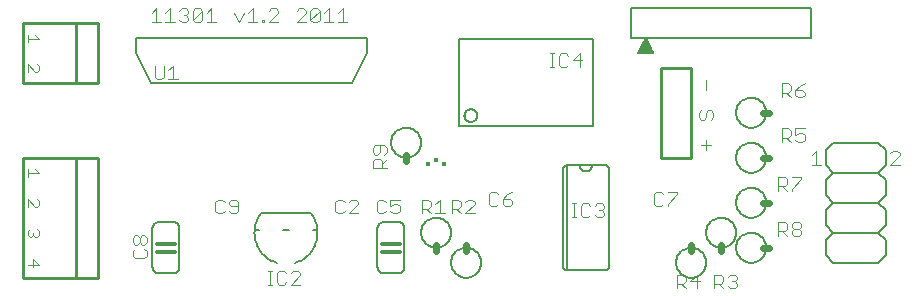
<source format=gto>
G75*
G70*
%OFA0B0*%
%FSLAX24Y24*%
%IPPOS*%
%LPD*%
%AMOC8*
5,1,8,0,0,1.08239X$1,22.5*
%
%ADD10C,0.0040*%
%ADD11C,0.0030*%
%ADD12C,0.0100*%
%ADD13C,0.0060*%
%ADD14C,0.0050*%
%ADD15C,0.0240*%
%ADD16C,0.0120*%
%ADD17R,0.0128X0.0167*%
%ADD18R,0.0138X0.0138*%
D10*
X004707Y002064D02*
X004784Y001988D01*
X005091Y001988D01*
X005167Y002064D01*
X005167Y002218D01*
X005091Y002295D01*
X005091Y002448D02*
X005014Y002448D01*
X004937Y002525D01*
X004937Y002678D01*
X005014Y002755D01*
X005091Y002755D01*
X005167Y002678D01*
X005167Y002525D01*
X005091Y002448D01*
X004937Y002525D02*
X004861Y002448D01*
X004784Y002448D01*
X004707Y002525D01*
X004707Y002678D01*
X004784Y002755D01*
X004861Y002755D01*
X004937Y002678D01*
X004784Y002295D02*
X004707Y002218D01*
X004707Y002064D01*
X007457Y003564D02*
X007534Y003488D01*
X007688Y003488D01*
X007764Y003564D01*
X007918Y003564D02*
X007994Y003488D01*
X008148Y003488D01*
X008225Y003564D01*
X008225Y003871D01*
X008148Y003948D01*
X007994Y003948D01*
X007918Y003871D01*
X007918Y003795D01*
X007994Y003718D01*
X008225Y003718D01*
X007764Y003871D02*
X007688Y003948D01*
X007534Y003948D01*
X007457Y003871D01*
X007457Y003564D01*
X009207Y001573D02*
X009361Y001573D01*
X009284Y001573D02*
X009284Y001113D01*
X009207Y001113D02*
X009361Y001113D01*
X009514Y001189D02*
X009591Y001113D01*
X009744Y001113D01*
X009821Y001189D01*
X009975Y001113D02*
X010282Y001420D01*
X010282Y001496D01*
X010205Y001573D01*
X010051Y001573D01*
X009975Y001496D01*
X009821Y001496D02*
X009744Y001573D01*
X009591Y001573D01*
X009514Y001496D01*
X009514Y001189D01*
X009975Y001113D02*
X010282Y001113D01*
X011534Y003488D02*
X011688Y003488D01*
X011764Y003564D01*
X011918Y003488D02*
X012225Y003795D01*
X012225Y003871D01*
X012148Y003948D01*
X011994Y003948D01*
X011918Y003871D01*
X011764Y003871D02*
X011688Y003948D01*
X011534Y003948D01*
X011457Y003871D01*
X011457Y003564D01*
X011534Y003488D01*
X011918Y003488D02*
X012225Y003488D01*
X012832Y003564D02*
X012832Y003871D01*
X012909Y003948D01*
X013063Y003948D01*
X013139Y003871D01*
X013293Y003948D02*
X013293Y003718D01*
X013446Y003795D01*
X013523Y003795D01*
X013600Y003718D01*
X013600Y003564D01*
X013523Y003488D01*
X013369Y003488D01*
X013293Y003564D01*
X013139Y003564D02*
X013063Y003488D01*
X012909Y003488D01*
X012832Y003564D01*
X013293Y003948D02*
X013600Y003948D01*
X014332Y003948D02*
X014332Y003488D01*
X014332Y003641D02*
X014563Y003641D01*
X014639Y003718D01*
X014639Y003871D01*
X014563Y003948D01*
X014332Y003948D01*
X014486Y003641D02*
X014639Y003488D01*
X014793Y003488D02*
X015100Y003488D01*
X014946Y003488D02*
X014946Y003948D01*
X014793Y003795D01*
X015332Y003948D02*
X015332Y003488D01*
X015332Y003641D02*
X015563Y003641D01*
X015639Y003718D01*
X015639Y003871D01*
X015563Y003948D01*
X015332Y003948D01*
X015486Y003641D02*
X015639Y003488D01*
X015793Y003488D02*
X016100Y003795D01*
X016100Y003871D01*
X016023Y003948D01*
X015869Y003948D01*
X015793Y003871D01*
X015793Y003488D02*
X016100Y003488D01*
X016582Y003814D02*
X016659Y003738D01*
X016813Y003738D01*
X016889Y003814D01*
X017043Y003814D02*
X017119Y003738D01*
X017273Y003738D01*
X017350Y003814D01*
X017350Y003891D01*
X017273Y003968D01*
X017043Y003968D01*
X017043Y003814D01*
X017043Y003968D02*
X017196Y004121D01*
X017350Y004198D01*
X016889Y004121D02*
X016813Y004198D01*
X016659Y004198D01*
X016582Y004121D01*
X016582Y003814D01*
X019332Y003823D02*
X019486Y003823D01*
X019409Y003823D02*
X019409Y003363D01*
X019332Y003363D02*
X019486Y003363D01*
X019639Y003439D02*
X019716Y003363D01*
X019869Y003363D01*
X019946Y003439D01*
X020100Y003439D02*
X020176Y003363D01*
X020330Y003363D01*
X020407Y003439D01*
X020407Y003516D01*
X020330Y003593D01*
X020253Y003593D01*
X020330Y003593D02*
X020407Y003670D01*
X020407Y003746D01*
X020330Y003823D01*
X020176Y003823D01*
X020100Y003746D01*
X019946Y003746D02*
X019869Y003823D01*
X019716Y003823D01*
X019639Y003746D01*
X019639Y003439D01*
X022082Y003814D02*
X022159Y003738D01*
X022313Y003738D01*
X022389Y003814D01*
X022543Y003814D02*
X022543Y003738D01*
X022543Y003814D02*
X022850Y004121D01*
X022850Y004198D01*
X022543Y004198D01*
X022389Y004121D02*
X022313Y004198D01*
X022159Y004198D01*
X022082Y004121D01*
X022082Y003814D01*
X023812Y005613D02*
X023812Y005920D01*
X023659Y005766D02*
X023966Y005766D01*
X023966Y006613D02*
X024042Y006689D01*
X024042Y006843D01*
X023966Y006920D01*
X023889Y006920D01*
X023812Y006843D01*
X023812Y006689D01*
X023736Y006613D01*
X023659Y006613D01*
X023582Y006689D01*
X023582Y006843D01*
X023659Y006920D01*
X023812Y007613D02*
X023812Y007920D01*
X026332Y007823D02*
X026332Y007363D01*
X026332Y007516D02*
X026563Y007516D01*
X026639Y007593D01*
X026639Y007746D01*
X026563Y007823D01*
X026332Y007823D01*
X026793Y007593D02*
X027023Y007593D01*
X027100Y007516D01*
X027100Y007439D01*
X027023Y007363D01*
X026869Y007363D01*
X026793Y007439D01*
X026793Y007593D01*
X026946Y007746D01*
X027100Y007823D01*
X026639Y007363D02*
X026486Y007516D01*
X026563Y006323D02*
X026639Y006246D01*
X026639Y006093D01*
X026563Y006016D01*
X026332Y006016D01*
X026332Y005863D02*
X026332Y006323D01*
X026563Y006323D01*
X026793Y006323D02*
X026793Y006093D01*
X026946Y006170D01*
X027023Y006170D01*
X027100Y006093D01*
X027100Y005939D01*
X027023Y005863D01*
X026869Y005863D01*
X026793Y005939D01*
X026639Y005863D02*
X026486Y006016D01*
X026793Y006323D02*
X027100Y006323D01*
X027486Y005573D02*
X027486Y005113D01*
X027639Y005113D02*
X027332Y005113D01*
X027332Y005420D02*
X027486Y005573D01*
X026975Y004698D02*
X026668Y004698D01*
X026514Y004621D02*
X026514Y004468D01*
X026438Y004391D01*
X026207Y004391D01*
X026207Y004238D02*
X026207Y004698D01*
X026438Y004698D01*
X026514Y004621D01*
X026361Y004391D02*
X026514Y004238D01*
X026668Y004238D02*
X026668Y004314D01*
X026975Y004621D01*
X026975Y004698D01*
X026898Y003198D02*
X026744Y003198D01*
X026668Y003121D01*
X026668Y003045D01*
X026744Y002968D01*
X026898Y002968D01*
X026975Y002891D01*
X026975Y002814D01*
X026898Y002738D01*
X026744Y002738D01*
X026668Y002814D01*
X026668Y002891D01*
X026744Y002968D01*
X026898Y002968D02*
X026975Y003045D01*
X026975Y003121D01*
X026898Y003198D01*
X026514Y003121D02*
X026514Y002968D01*
X026438Y002891D01*
X026207Y002891D01*
X026207Y002738D02*
X026207Y003198D01*
X026438Y003198D01*
X026514Y003121D01*
X026361Y002891D02*
X026514Y002738D01*
X024850Y001371D02*
X024850Y001295D01*
X024773Y001218D01*
X024850Y001141D01*
X024850Y001064D01*
X024773Y000988D01*
X024619Y000988D01*
X024543Y001064D01*
X024389Y000988D02*
X024236Y001141D01*
X024313Y001141D02*
X024082Y001141D01*
X024082Y000988D02*
X024082Y001448D01*
X024313Y001448D01*
X024389Y001371D01*
X024389Y001218D01*
X024313Y001141D01*
X024543Y001371D02*
X024619Y001448D01*
X024773Y001448D01*
X024850Y001371D01*
X024773Y001218D02*
X024696Y001218D01*
X023600Y001218D02*
X023293Y001218D01*
X023523Y001448D01*
X023523Y000988D01*
X023139Y000988D02*
X022986Y001141D01*
X023063Y001141D02*
X022832Y001141D01*
X022832Y000988D02*
X022832Y001448D01*
X023063Y001448D01*
X023139Y001371D01*
X023139Y001218D01*
X023063Y001141D01*
X029957Y005113D02*
X030264Y005420D01*
X030264Y005496D01*
X030188Y005573D01*
X030034Y005573D01*
X029957Y005496D01*
X029957Y005113D02*
X030264Y005113D01*
X019679Y008593D02*
X019372Y008593D01*
X019602Y008823D01*
X019602Y008363D01*
X019219Y008439D02*
X019142Y008363D01*
X018988Y008363D01*
X018912Y008439D01*
X018912Y008746D01*
X018988Y008823D01*
X019142Y008823D01*
X019219Y008746D01*
X018758Y008823D02*
X018605Y008823D01*
X018681Y008823D02*
X018681Y008363D01*
X018605Y008363D02*
X018758Y008363D01*
X013167Y005678D02*
X013091Y005755D01*
X012784Y005755D01*
X012707Y005678D01*
X012707Y005525D01*
X012784Y005448D01*
X012861Y005448D01*
X012937Y005525D01*
X012937Y005755D01*
X013167Y005678D02*
X013167Y005525D01*
X013091Y005448D01*
X013167Y005295D02*
X013014Y005141D01*
X013014Y005218D02*
X013014Y004988D01*
X013167Y004988D02*
X012707Y004988D01*
X012707Y005218D01*
X012784Y005295D01*
X012937Y005295D01*
X013014Y005218D01*
X006200Y007953D02*
X005893Y007953D01*
X006046Y007953D02*
X006046Y008413D01*
X005893Y008260D01*
X005739Y008413D02*
X005739Y008029D01*
X005663Y007953D01*
X005509Y007953D01*
X005432Y008029D01*
X005432Y008413D01*
X005486Y009863D02*
X005486Y010323D01*
X005332Y010170D01*
X005332Y009863D02*
X005639Y009863D01*
X005793Y009863D02*
X006100Y009863D01*
X005946Y009863D02*
X005946Y010323D01*
X005793Y010170D01*
X006253Y010246D02*
X006330Y010323D01*
X006483Y010323D01*
X006560Y010246D01*
X006560Y010170D01*
X006483Y010093D01*
X006560Y010016D01*
X006560Y009939D01*
X006483Y009863D01*
X006330Y009863D01*
X006253Y009939D01*
X006407Y010093D02*
X006483Y010093D01*
X006714Y009939D02*
X006714Y010246D01*
X006790Y010323D01*
X006944Y010323D01*
X007020Y010246D01*
X006714Y009939D01*
X006790Y009863D01*
X006944Y009863D01*
X007020Y009939D01*
X007020Y010246D01*
X007174Y010170D02*
X007327Y010323D01*
X007327Y009863D01*
X007174Y009863D02*
X007481Y009863D01*
X008095Y010170D02*
X008248Y009863D01*
X008401Y010170D01*
X008555Y010170D02*
X008708Y010323D01*
X008708Y009863D01*
X008555Y009863D02*
X008862Y009863D01*
X009015Y009863D02*
X009092Y009863D01*
X009092Y009939D01*
X009015Y009939D01*
X009015Y009863D01*
X009245Y009863D02*
X009552Y010170D01*
X009552Y010246D01*
X009476Y010323D01*
X009322Y010323D01*
X009245Y010246D01*
X009245Y009863D02*
X009552Y009863D01*
X010166Y009863D02*
X010473Y010170D01*
X010473Y010246D01*
X010396Y010323D01*
X010243Y010323D01*
X010166Y010246D01*
X010166Y009863D02*
X010473Y009863D01*
X010626Y009939D02*
X010933Y010246D01*
X010933Y009939D01*
X010857Y009863D01*
X010703Y009863D01*
X010626Y009939D01*
X010626Y010246D01*
X010703Y010323D01*
X010857Y010323D01*
X010933Y010246D01*
X011087Y010170D02*
X011240Y010323D01*
X011240Y009863D01*
X011087Y009863D02*
X011394Y009863D01*
X011547Y009863D02*
X011854Y009863D01*
X011701Y009863D02*
X011701Y010323D01*
X011547Y010170D01*
D11*
X001573Y009314D02*
X001202Y009314D01*
X001202Y009191D02*
X001202Y009438D01*
X001449Y009438D02*
X001573Y009314D01*
X001511Y008453D02*
X001573Y008391D01*
X001573Y008268D01*
X001511Y008206D01*
X001449Y008206D01*
X001202Y008453D01*
X001202Y008206D01*
X001202Y004953D02*
X001202Y004706D01*
X001202Y004829D02*
X001573Y004829D01*
X001449Y004953D01*
X001511Y003953D02*
X001573Y003891D01*
X001573Y003768D01*
X001511Y003706D01*
X001449Y003706D01*
X001202Y003953D01*
X001202Y003706D01*
X001264Y002953D02*
X001202Y002891D01*
X001202Y002768D01*
X001264Y002706D01*
X001326Y002706D01*
X001388Y002768D01*
X001388Y002829D01*
X001388Y002768D02*
X001449Y002706D01*
X001511Y002706D01*
X001573Y002768D01*
X001573Y002891D01*
X001511Y002953D01*
X001388Y001953D02*
X001388Y001706D01*
X001573Y001768D02*
X001388Y001953D01*
X001573Y001768D02*
X001202Y001768D01*
D12*
X001062Y001343D02*
X001062Y005343D01*
X002812Y005343D01*
X002812Y001343D01*
X001062Y001343D01*
X002812Y001343D02*
X003562Y001343D01*
X003562Y005343D01*
X002812Y005343D01*
X002812Y007843D02*
X001062Y007843D01*
X001062Y009843D01*
X002812Y009843D01*
X002812Y007843D01*
X003562Y007843D01*
X003562Y009843D01*
X002812Y009843D01*
X022312Y008343D02*
X022312Y005343D01*
X023312Y005343D01*
X023312Y008343D01*
X022312Y008343D01*
D13*
X020032Y009288D02*
X015582Y009288D01*
X015582Y006388D01*
X020032Y006388D01*
X020032Y009288D01*
X015762Y006748D02*
X015764Y006777D01*
X015770Y006805D01*
X015779Y006832D01*
X015793Y006857D01*
X015809Y006881D01*
X015829Y006901D01*
X015851Y006920D01*
X015875Y006934D01*
X015902Y006946D01*
X015929Y006954D01*
X015958Y006958D01*
X015986Y006958D01*
X016015Y006954D01*
X016042Y006946D01*
X016069Y006934D01*
X016093Y006920D01*
X016115Y006901D01*
X016135Y006881D01*
X016151Y006857D01*
X016165Y006832D01*
X016174Y006805D01*
X016180Y006777D01*
X016182Y006748D01*
X016180Y006719D01*
X016174Y006691D01*
X016165Y006664D01*
X016151Y006639D01*
X016135Y006615D01*
X016115Y006595D01*
X016093Y006576D01*
X016069Y006562D01*
X016042Y006550D01*
X016015Y006542D01*
X015986Y006538D01*
X015958Y006538D01*
X015929Y006542D01*
X015902Y006550D01*
X015875Y006562D01*
X015851Y006576D01*
X015829Y006595D01*
X015809Y006615D01*
X015793Y006639D01*
X015779Y006664D01*
X015770Y006691D01*
X015764Y006719D01*
X015762Y006748D01*
X013312Y005843D02*
X013314Y005887D01*
X013320Y005931D01*
X013330Y005974D01*
X013343Y006016D01*
X013360Y006057D01*
X013381Y006096D01*
X013405Y006133D01*
X013432Y006168D01*
X013462Y006200D01*
X013495Y006230D01*
X013531Y006256D01*
X013568Y006280D01*
X013608Y006299D01*
X013649Y006316D01*
X013692Y006328D01*
X013735Y006337D01*
X013779Y006342D01*
X013823Y006343D01*
X013867Y006340D01*
X013911Y006333D01*
X013954Y006322D01*
X013996Y006308D01*
X014036Y006290D01*
X014075Y006268D01*
X014111Y006244D01*
X014145Y006216D01*
X014177Y006185D01*
X014206Y006151D01*
X014232Y006115D01*
X014254Y006077D01*
X014273Y006037D01*
X014288Y005995D01*
X014300Y005953D01*
X014308Y005909D01*
X014312Y005865D01*
X014312Y005821D01*
X014308Y005777D01*
X014300Y005733D01*
X014288Y005691D01*
X014273Y005649D01*
X014254Y005609D01*
X014232Y005571D01*
X014206Y005535D01*
X014177Y005501D01*
X014145Y005470D01*
X014111Y005442D01*
X014075Y005418D01*
X014036Y005396D01*
X013996Y005378D01*
X013954Y005364D01*
X013911Y005353D01*
X013867Y005346D01*
X013823Y005343D01*
X013779Y005344D01*
X013735Y005349D01*
X013692Y005358D01*
X013649Y005370D01*
X013608Y005387D01*
X013568Y005406D01*
X013531Y005430D01*
X013495Y005456D01*
X013462Y005486D01*
X013432Y005518D01*
X013405Y005553D01*
X013381Y005590D01*
X013360Y005629D01*
X013343Y005670D01*
X013330Y005712D01*
X013320Y005755D01*
X013314Y005799D01*
X013312Y005843D01*
X010637Y003493D02*
X008988Y003493D01*
X008925Y002943D02*
X008767Y002943D01*
X009700Y002943D02*
X009925Y002943D01*
X010638Y003493D02*
X010675Y003442D01*
X010710Y003389D01*
X010742Y003333D01*
X010770Y003276D01*
X010794Y003217D01*
X010815Y003157D01*
X010832Y003096D01*
X010846Y003034D01*
X010855Y002971D01*
X010861Y002908D01*
X010863Y002844D01*
X010861Y002780D01*
X010855Y002717D01*
X010846Y002654D01*
X010833Y002592D01*
X010815Y002531D01*
X010795Y002471D01*
X010770Y002412D01*
X010743Y002355D01*
X010711Y002299D01*
X010677Y002246D01*
X010639Y002195D01*
X010598Y002146D01*
X010554Y002100D01*
X010508Y002056D01*
X010459Y002015D01*
X010408Y001978D01*
X010354Y001943D01*
X010299Y001912D01*
X010242Y001884D01*
X010183Y001860D01*
X010123Y001840D01*
X009502Y001840D02*
X009442Y001860D01*
X009383Y001884D01*
X009326Y001912D01*
X009271Y001943D01*
X009217Y001978D01*
X009166Y002015D01*
X009117Y002056D01*
X009071Y002100D01*
X009027Y002146D01*
X008986Y002195D01*
X008948Y002246D01*
X008914Y002299D01*
X008882Y002355D01*
X008855Y002412D01*
X008830Y002471D01*
X008810Y002531D01*
X008792Y002592D01*
X008779Y002654D01*
X008770Y002717D01*
X008764Y002780D01*
X008762Y002844D01*
X008764Y002908D01*
X008770Y002971D01*
X008779Y003034D01*
X008793Y003096D01*
X008810Y003157D01*
X008831Y003217D01*
X008855Y003276D01*
X008883Y003333D01*
X008915Y003389D01*
X008950Y003442D01*
X008987Y003493D01*
X010700Y002943D02*
X010858Y002943D01*
X012862Y002993D02*
X012862Y001693D01*
X012864Y001667D01*
X012869Y001641D01*
X012877Y001616D01*
X012889Y001593D01*
X012903Y001571D01*
X012921Y001552D01*
X012940Y001534D01*
X012962Y001520D01*
X012985Y001508D01*
X013010Y001500D01*
X013036Y001495D01*
X013062Y001493D01*
X013562Y001493D01*
X013588Y001495D01*
X013614Y001500D01*
X013639Y001508D01*
X013662Y001520D01*
X013684Y001534D01*
X013703Y001552D01*
X013721Y001571D01*
X013735Y001593D01*
X013747Y001616D01*
X013755Y001641D01*
X013760Y001667D01*
X013762Y001693D01*
X013762Y002993D01*
X013760Y003019D01*
X013755Y003045D01*
X013747Y003070D01*
X013735Y003093D01*
X013721Y003115D01*
X013703Y003134D01*
X013684Y003152D01*
X013662Y003166D01*
X013639Y003178D01*
X013614Y003186D01*
X013588Y003191D01*
X013562Y003193D01*
X013062Y003193D01*
X013036Y003191D01*
X013010Y003186D01*
X012985Y003178D01*
X012962Y003166D01*
X012940Y003152D01*
X012921Y003134D01*
X012903Y003115D01*
X012889Y003093D01*
X012877Y003070D01*
X012869Y003045D01*
X012864Y003019D01*
X012862Y002993D01*
X014312Y002843D02*
X014314Y002887D01*
X014320Y002931D01*
X014330Y002974D01*
X014343Y003016D01*
X014360Y003057D01*
X014381Y003096D01*
X014405Y003133D01*
X014432Y003168D01*
X014462Y003200D01*
X014495Y003230D01*
X014531Y003256D01*
X014568Y003280D01*
X014608Y003299D01*
X014649Y003316D01*
X014692Y003328D01*
X014735Y003337D01*
X014779Y003342D01*
X014823Y003343D01*
X014867Y003340D01*
X014911Y003333D01*
X014954Y003322D01*
X014996Y003308D01*
X015036Y003290D01*
X015075Y003268D01*
X015111Y003244D01*
X015145Y003216D01*
X015177Y003185D01*
X015206Y003151D01*
X015232Y003115D01*
X015254Y003077D01*
X015273Y003037D01*
X015288Y002995D01*
X015300Y002953D01*
X015308Y002909D01*
X015312Y002865D01*
X015312Y002821D01*
X015308Y002777D01*
X015300Y002733D01*
X015288Y002691D01*
X015273Y002649D01*
X015254Y002609D01*
X015232Y002571D01*
X015206Y002535D01*
X015177Y002501D01*
X015145Y002470D01*
X015111Y002442D01*
X015075Y002418D01*
X015036Y002396D01*
X014996Y002378D01*
X014954Y002364D01*
X014911Y002353D01*
X014867Y002346D01*
X014823Y002343D01*
X014779Y002344D01*
X014735Y002349D01*
X014692Y002358D01*
X014649Y002370D01*
X014608Y002387D01*
X014568Y002406D01*
X014531Y002430D01*
X014495Y002456D01*
X014462Y002486D01*
X014432Y002518D01*
X014405Y002553D01*
X014381Y002590D01*
X014360Y002629D01*
X014343Y002670D01*
X014330Y002712D01*
X014320Y002755D01*
X014314Y002799D01*
X014312Y002843D01*
X015312Y001843D02*
X015314Y001887D01*
X015320Y001931D01*
X015330Y001974D01*
X015343Y002016D01*
X015360Y002057D01*
X015381Y002096D01*
X015405Y002133D01*
X015432Y002168D01*
X015462Y002200D01*
X015495Y002230D01*
X015531Y002256D01*
X015568Y002280D01*
X015608Y002299D01*
X015649Y002316D01*
X015692Y002328D01*
X015735Y002337D01*
X015779Y002342D01*
X015823Y002343D01*
X015867Y002340D01*
X015911Y002333D01*
X015954Y002322D01*
X015996Y002308D01*
X016036Y002290D01*
X016075Y002268D01*
X016111Y002244D01*
X016145Y002216D01*
X016177Y002185D01*
X016206Y002151D01*
X016232Y002115D01*
X016254Y002077D01*
X016273Y002037D01*
X016288Y001995D01*
X016300Y001953D01*
X016308Y001909D01*
X016312Y001865D01*
X016312Y001821D01*
X016308Y001777D01*
X016300Y001733D01*
X016288Y001691D01*
X016273Y001649D01*
X016254Y001609D01*
X016232Y001571D01*
X016206Y001535D01*
X016177Y001501D01*
X016145Y001470D01*
X016111Y001442D01*
X016075Y001418D01*
X016036Y001396D01*
X015996Y001378D01*
X015954Y001364D01*
X015911Y001353D01*
X015867Y001346D01*
X015823Y001343D01*
X015779Y001344D01*
X015735Y001349D01*
X015692Y001358D01*
X015649Y001370D01*
X015608Y001387D01*
X015568Y001406D01*
X015531Y001430D01*
X015495Y001456D01*
X015462Y001486D01*
X015432Y001518D01*
X015405Y001553D01*
X015381Y001590D01*
X015360Y001629D01*
X015343Y001670D01*
X015330Y001712D01*
X015320Y001755D01*
X015314Y001799D01*
X015312Y001843D01*
X019042Y001743D02*
X019042Y004943D01*
X019044Y004966D01*
X019049Y004989D01*
X019058Y005011D01*
X019071Y005031D01*
X019086Y005049D01*
X019104Y005064D01*
X019124Y005077D01*
X019146Y005086D01*
X019169Y005091D01*
X019192Y005093D01*
X019612Y005093D01*
X020012Y005093D01*
X020432Y005093D01*
X020455Y005091D01*
X020478Y005086D01*
X020500Y005077D01*
X020520Y005064D01*
X020538Y005049D01*
X020553Y005031D01*
X020566Y005011D01*
X020575Y004989D01*
X020580Y004966D01*
X020582Y004943D01*
X020582Y001743D01*
X020580Y001720D01*
X020575Y001697D01*
X020566Y001675D01*
X020553Y001655D01*
X020538Y001637D01*
X020520Y001622D01*
X020500Y001609D01*
X020478Y001600D01*
X020455Y001595D01*
X020432Y001593D01*
X019192Y001593D01*
X019182Y001593D02*
X019182Y005093D01*
X019612Y005093D02*
X019614Y005066D01*
X019619Y005039D01*
X019629Y005013D01*
X019641Y004989D01*
X019657Y004967D01*
X019675Y004947D01*
X019697Y004930D01*
X019720Y004915D01*
X019745Y004905D01*
X019771Y004897D01*
X019798Y004893D01*
X019826Y004893D01*
X019853Y004897D01*
X019879Y004905D01*
X019904Y004915D01*
X019927Y004930D01*
X019949Y004947D01*
X019967Y004967D01*
X019983Y004989D01*
X019995Y005013D01*
X020005Y005039D01*
X020010Y005066D01*
X020012Y005093D01*
X023812Y002843D02*
X023814Y002887D01*
X023820Y002931D01*
X023830Y002974D01*
X023843Y003016D01*
X023860Y003057D01*
X023881Y003096D01*
X023905Y003133D01*
X023932Y003168D01*
X023962Y003200D01*
X023995Y003230D01*
X024031Y003256D01*
X024068Y003280D01*
X024108Y003299D01*
X024149Y003316D01*
X024192Y003328D01*
X024235Y003337D01*
X024279Y003342D01*
X024323Y003343D01*
X024367Y003340D01*
X024411Y003333D01*
X024454Y003322D01*
X024496Y003308D01*
X024536Y003290D01*
X024575Y003268D01*
X024611Y003244D01*
X024645Y003216D01*
X024677Y003185D01*
X024706Y003151D01*
X024732Y003115D01*
X024754Y003077D01*
X024773Y003037D01*
X024788Y002995D01*
X024800Y002953D01*
X024808Y002909D01*
X024812Y002865D01*
X024812Y002821D01*
X024808Y002777D01*
X024800Y002733D01*
X024788Y002691D01*
X024773Y002649D01*
X024754Y002609D01*
X024732Y002571D01*
X024706Y002535D01*
X024677Y002501D01*
X024645Y002470D01*
X024611Y002442D01*
X024575Y002418D01*
X024536Y002396D01*
X024496Y002378D01*
X024454Y002364D01*
X024411Y002353D01*
X024367Y002346D01*
X024323Y002343D01*
X024279Y002344D01*
X024235Y002349D01*
X024192Y002358D01*
X024149Y002370D01*
X024108Y002387D01*
X024068Y002406D01*
X024031Y002430D01*
X023995Y002456D01*
X023962Y002486D01*
X023932Y002518D01*
X023905Y002553D01*
X023881Y002590D01*
X023860Y002629D01*
X023843Y002670D01*
X023830Y002712D01*
X023820Y002755D01*
X023814Y002799D01*
X023812Y002843D01*
X024812Y002343D02*
X024814Y002387D01*
X024820Y002431D01*
X024830Y002474D01*
X024843Y002516D01*
X024860Y002557D01*
X024881Y002596D01*
X024905Y002633D01*
X024932Y002668D01*
X024962Y002700D01*
X024995Y002730D01*
X025031Y002756D01*
X025068Y002780D01*
X025108Y002799D01*
X025149Y002816D01*
X025192Y002828D01*
X025235Y002837D01*
X025279Y002842D01*
X025323Y002843D01*
X025367Y002840D01*
X025411Y002833D01*
X025454Y002822D01*
X025496Y002808D01*
X025536Y002790D01*
X025575Y002768D01*
X025611Y002744D01*
X025645Y002716D01*
X025677Y002685D01*
X025706Y002651D01*
X025732Y002615D01*
X025754Y002577D01*
X025773Y002537D01*
X025788Y002495D01*
X025800Y002453D01*
X025808Y002409D01*
X025812Y002365D01*
X025812Y002321D01*
X025808Y002277D01*
X025800Y002233D01*
X025788Y002191D01*
X025773Y002149D01*
X025754Y002109D01*
X025732Y002071D01*
X025706Y002035D01*
X025677Y002001D01*
X025645Y001970D01*
X025611Y001942D01*
X025575Y001918D01*
X025536Y001896D01*
X025496Y001878D01*
X025454Y001864D01*
X025411Y001853D01*
X025367Y001846D01*
X025323Y001843D01*
X025279Y001844D01*
X025235Y001849D01*
X025192Y001858D01*
X025149Y001870D01*
X025108Y001887D01*
X025068Y001906D01*
X025031Y001930D01*
X024995Y001956D01*
X024962Y001986D01*
X024932Y002018D01*
X024905Y002053D01*
X024881Y002090D01*
X024860Y002129D01*
X024843Y002170D01*
X024830Y002212D01*
X024820Y002255D01*
X024814Y002299D01*
X024812Y002343D01*
X022812Y001843D02*
X022814Y001887D01*
X022820Y001931D01*
X022830Y001974D01*
X022843Y002016D01*
X022860Y002057D01*
X022881Y002096D01*
X022905Y002133D01*
X022932Y002168D01*
X022962Y002200D01*
X022995Y002230D01*
X023031Y002256D01*
X023068Y002280D01*
X023108Y002299D01*
X023149Y002316D01*
X023192Y002328D01*
X023235Y002337D01*
X023279Y002342D01*
X023323Y002343D01*
X023367Y002340D01*
X023411Y002333D01*
X023454Y002322D01*
X023496Y002308D01*
X023536Y002290D01*
X023575Y002268D01*
X023611Y002244D01*
X023645Y002216D01*
X023677Y002185D01*
X023706Y002151D01*
X023732Y002115D01*
X023754Y002077D01*
X023773Y002037D01*
X023788Y001995D01*
X023800Y001953D01*
X023808Y001909D01*
X023812Y001865D01*
X023812Y001821D01*
X023808Y001777D01*
X023800Y001733D01*
X023788Y001691D01*
X023773Y001649D01*
X023754Y001609D01*
X023732Y001571D01*
X023706Y001535D01*
X023677Y001501D01*
X023645Y001470D01*
X023611Y001442D01*
X023575Y001418D01*
X023536Y001396D01*
X023496Y001378D01*
X023454Y001364D01*
X023411Y001353D01*
X023367Y001346D01*
X023323Y001343D01*
X023279Y001344D01*
X023235Y001349D01*
X023192Y001358D01*
X023149Y001370D01*
X023108Y001387D01*
X023068Y001406D01*
X023031Y001430D01*
X022995Y001456D01*
X022962Y001486D01*
X022932Y001518D01*
X022905Y001553D01*
X022881Y001590D01*
X022860Y001629D01*
X022843Y001670D01*
X022830Y001712D01*
X022820Y001755D01*
X022814Y001799D01*
X022812Y001843D01*
X024812Y003843D02*
X024814Y003887D01*
X024820Y003931D01*
X024830Y003974D01*
X024843Y004016D01*
X024860Y004057D01*
X024881Y004096D01*
X024905Y004133D01*
X024932Y004168D01*
X024962Y004200D01*
X024995Y004230D01*
X025031Y004256D01*
X025068Y004280D01*
X025108Y004299D01*
X025149Y004316D01*
X025192Y004328D01*
X025235Y004337D01*
X025279Y004342D01*
X025323Y004343D01*
X025367Y004340D01*
X025411Y004333D01*
X025454Y004322D01*
X025496Y004308D01*
X025536Y004290D01*
X025575Y004268D01*
X025611Y004244D01*
X025645Y004216D01*
X025677Y004185D01*
X025706Y004151D01*
X025732Y004115D01*
X025754Y004077D01*
X025773Y004037D01*
X025788Y003995D01*
X025800Y003953D01*
X025808Y003909D01*
X025812Y003865D01*
X025812Y003821D01*
X025808Y003777D01*
X025800Y003733D01*
X025788Y003691D01*
X025773Y003649D01*
X025754Y003609D01*
X025732Y003571D01*
X025706Y003535D01*
X025677Y003501D01*
X025645Y003470D01*
X025611Y003442D01*
X025575Y003418D01*
X025536Y003396D01*
X025496Y003378D01*
X025454Y003364D01*
X025411Y003353D01*
X025367Y003346D01*
X025323Y003343D01*
X025279Y003344D01*
X025235Y003349D01*
X025192Y003358D01*
X025149Y003370D01*
X025108Y003387D01*
X025068Y003406D01*
X025031Y003430D01*
X024995Y003456D01*
X024962Y003486D01*
X024932Y003518D01*
X024905Y003553D01*
X024881Y003590D01*
X024860Y003629D01*
X024843Y003670D01*
X024830Y003712D01*
X024820Y003755D01*
X024814Y003799D01*
X024812Y003843D01*
X024812Y005343D02*
X024814Y005387D01*
X024820Y005431D01*
X024830Y005474D01*
X024843Y005516D01*
X024860Y005557D01*
X024881Y005596D01*
X024905Y005633D01*
X024932Y005668D01*
X024962Y005700D01*
X024995Y005730D01*
X025031Y005756D01*
X025068Y005780D01*
X025108Y005799D01*
X025149Y005816D01*
X025192Y005828D01*
X025235Y005837D01*
X025279Y005842D01*
X025323Y005843D01*
X025367Y005840D01*
X025411Y005833D01*
X025454Y005822D01*
X025496Y005808D01*
X025536Y005790D01*
X025575Y005768D01*
X025611Y005744D01*
X025645Y005716D01*
X025677Y005685D01*
X025706Y005651D01*
X025732Y005615D01*
X025754Y005577D01*
X025773Y005537D01*
X025788Y005495D01*
X025800Y005453D01*
X025808Y005409D01*
X025812Y005365D01*
X025812Y005321D01*
X025808Y005277D01*
X025800Y005233D01*
X025788Y005191D01*
X025773Y005149D01*
X025754Y005109D01*
X025732Y005071D01*
X025706Y005035D01*
X025677Y005001D01*
X025645Y004970D01*
X025611Y004942D01*
X025575Y004918D01*
X025536Y004896D01*
X025496Y004878D01*
X025454Y004864D01*
X025411Y004853D01*
X025367Y004846D01*
X025323Y004843D01*
X025279Y004844D01*
X025235Y004849D01*
X025192Y004858D01*
X025149Y004870D01*
X025108Y004887D01*
X025068Y004906D01*
X025031Y004930D01*
X024995Y004956D01*
X024962Y004986D01*
X024932Y005018D01*
X024905Y005053D01*
X024881Y005090D01*
X024860Y005129D01*
X024843Y005170D01*
X024830Y005212D01*
X024820Y005255D01*
X024814Y005299D01*
X024812Y005343D01*
X024812Y006843D02*
X024814Y006887D01*
X024820Y006931D01*
X024830Y006974D01*
X024843Y007016D01*
X024860Y007057D01*
X024881Y007096D01*
X024905Y007133D01*
X024932Y007168D01*
X024962Y007200D01*
X024995Y007230D01*
X025031Y007256D01*
X025068Y007280D01*
X025108Y007299D01*
X025149Y007316D01*
X025192Y007328D01*
X025235Y007337D01*
X025279Y007342D01*
X025323Y007343D01*
X025367Y007340D01*
X025411Y007333D01*
X025454Y007322D01*
X025496Y007308D01*
X025536Y007290D01*
X025575Y007268D01*
X025611Y007244D01*
X025645Y007216D01*
X025677Y007185D01*
X025706Y007151D01*
X025732Y007115D01*
X025754Y007077D01*
X025773Y007037D01*
X025788Y006995D01*
X025800Y006953D01*
X025808Y006909D01*
X025812Y006865D01*
X025812Y006821D01*
X025808Y006777D01*
X025800Y006733D01*
X025788Y006691D01*
X025773Y006649D01*
X025754Y006609D01*
X025732Y006571D01*
X025706Y006535D01*
X025677Y006501D01*
X025645Y006470D01*
X025611Y006442D01*
X025575Y006418D01*
X025536Y006396D01*
X025496Y006378D01*
X025454Y006364D01*
X025411Y006353D01*
X025367Y006346D01*
X025323Y006343D01*
X025279Y006344D01*
X025235Y006349D01*
X025192Y006358D01*
X025149Y006370D01*
X025108Y006387D01*
X025068Y006406D01*
X025031Y006430D01*
X024995Y006456D01*
X024962Y006486D01*
X024932Y006518D01*
X024905Y006553D01*
X024881Y006590D01*
X024860Y006629D01*
X024843Y006670D01*
X024830Y006712D01*
X024820Y006755D01*
X024814Y006799D01*
X024812Y006843D01*
X027812Y005593D02*
X027812Y005093D01*
X028062Y004843D01*
X029562Y004843D01*
X029812Y004593D01*
X029812Y004093D01*
X029562Y003843D01*
X028062Y003843D01*
X027812Y003593D01*
X027812Y003093D01*
X028062Y002843D01*
X027812Y002593D01*
X027812Y002093D01*
X028062Y001843D01*
X029562Y001843D01*
X029812Y002093D01*
X029812Y002593D01*
X029562Y002843D01*
X028062Y002843D01*
X028062Y003843D02*
X027812Y004093D01*
X027812Y004593D01*
X028062Y004843D01*
X027812Y005593D02*
X028062Y005843D01*
X029562Y005843D01*
X029812Y005593D01*
X029812Y005093D01*
X029562Y004843D01*
X029562Y003843D02*
X029812Y003593D01*
X029812Y003093D01*
X029562Y002843D01*
X019192Y001593D02*
X019169Y001595D01*
X019146Y001600D01*
X019124Y001609D01*
X019104Y001622D01*
X019086Y001637D01*
X019071Y001655D01*
X019058Y001675D01*
X019049Y001697D01*
X019044Y001720D01*
X019042Y001743D01*
X006262Y001693D02*
X006262Y002993D01*
X006260Y003019D01*
X006255Y003045D01*
X006247Y003070D01*
X006235Y003093D01*
X006221Y003115D01*
X006203Y003134D01*
X006184Y003152D01*
X006162Y003166D01*
X006139Y003178D01*
X006114Y003186D01*
X006088Y003191D01*
X006062Y003193D01*
X005562Y003193D01*
X005536Y003191D01*
X005510Y003186D01*
X005485Y003178D01*
X005462Y003166D01*
X005440Y003152D01*
X005421Y003134D01*
X005403Y003115D01*
X005389Y003093D01*
X005377Y003070D01*
X005369Y003045D01*
X005364Y003019D01*
X005362Y002993D01*
X005362Y001693D01*
X005364Y001667D01*
X005369Y001641D01*
X005377Y001616D01*
X005389Y001593D01*
X005403Y001571D01*
X005421Y001552D01*
X005440Y001534D01*
X005462Y001520D01*
X005485Y001508D01*
X005510Y001500D01*
X005536Y001495D01*
X005562Y001493D01*
X006062Y001493D01*
X006088Y001495D01*
X006114Y001500D01*
X006139Y001508D01*
X006162Y001520D01*
X006184Y001534D01*
X006203Y001552D01*
X006221Y001571D01*
X006235Y001593D01*
X006247Y001616D01*
X006255Y001641D01*
X006260Y001667D01*
X006262Y001693D01*
D14*
X005312Y007843D02*
X012012Y007843D01*
X012512Y008843D01*
X012512Y009343D01*
X004812Y009343D01*
X004812Y008843D01*
X005312Y007843D01*
X021312Y009343D02*
X021312Y010343D01*
X027312Y010343D01*
X027312Y009343D01*
X021312Y009343D01*
X021706Y009129D02*
X021919Y009129D01*
X021895Y009178D02*
X021730Y009178D01*
X021754Y009226D02*
X021871Y009226D01*
X021846Y009275D02*
X021778Y009275D01*
X021803Y009323D02*
X021822Y009323D01*
X021812Y009343D02*
X021562Y008843D01*
X022062Y008843D01*
X021812Y009343D01*
X021681Y009080D02*
X021944Y009080D01*
X021968Y009032D02*
X021657Y009032D01*
X021633Y008983D02*
X021992Y008983D01*
X022016Y008935D02*
X021609Y008935D01*
X021584Y008886D02*
X022041Y008886D01*
D15*
X025712Y006843D02*
X025912Y006843D01*
X025912Y005343D02*
X025712Y005343D01*
X025712Y003843D02*
X025912Y003843D01*
X025912Y002343D02*
X025712Y002343D01*
X024312Y002443D02*
X024312Y002243D01*
X023312Y002243D02*
X023312Y002443D01*
X015812Y002443D02*
X015812Y002243D01*
X014812Y002243D02*
X014812Y002443D01*
X013812Y005243D02*
X013812Y005443D01*
D16*
X013612Y002463D02*
X013012Y002463D01*
X013012Y002213D02*
X013612Y002213D01*
X006112Y002213D02*
X005512Y002213D01*
X005512Y002463D02*
X006112Y002463D01*
D17*
X014542Y005121D03*
X015083Y005121D03*
D18*
X014812Y005274D03*
M02*

</source>
